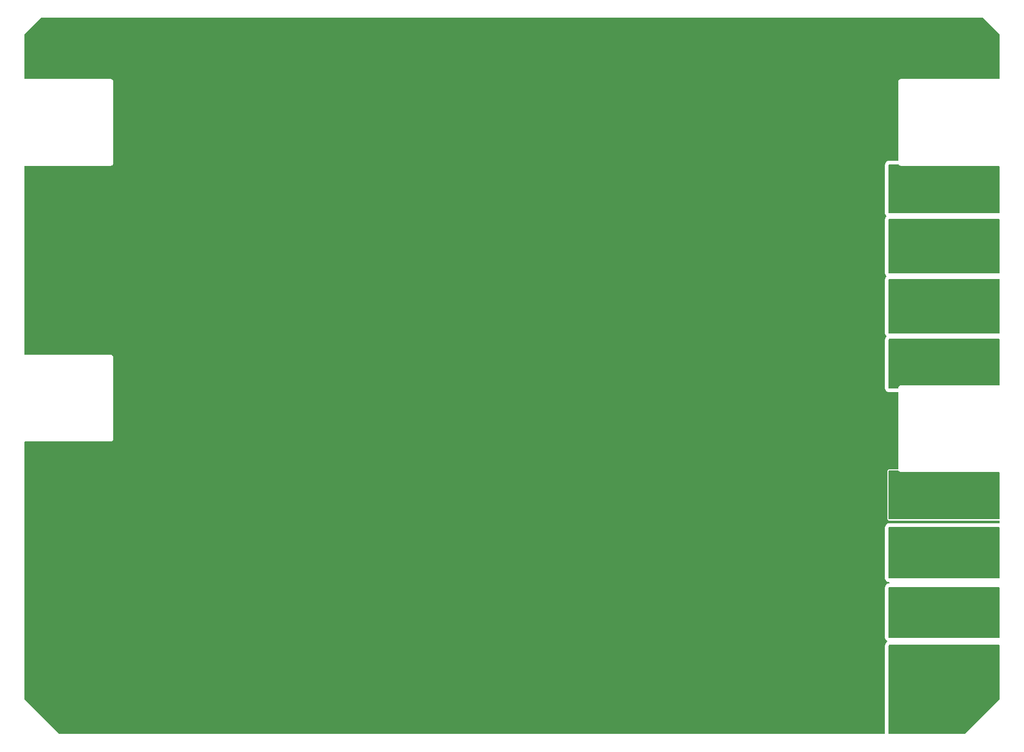
<source format=gtl>
G04 #@! TF.GenerationSoftware,KiCad,Pcbnew,8.0.4-8.0.4-0~ubuntu22.04.1*
G04 #@! TF.CreationDate,2024-07-24T21:14:41+00:00*
G04 #@! TF.ProjectId,ECU-techPorsche88,4543552d-7465-4636-9850-6f7273636865,a*
G04 #@! TF.SameCoordinates,PX3e96f30PY91b3ce0*
G04 #@! TF.FileFunction,Copper,L1,Top*
G04 #@! TF.FilePolarity,Positive*
%FSLAX46Y46*%
G04 Gerber Fmt 4.6, Leading zero omitted, Abs format (unit mm)*
G04 Created by KiCad (PCBNEW 8.0.4-8.0.4-0~ubuntu22.04.1) date 2024-07-24 21:14:41*
%MOMM*%
%LPD*%
G01*
G04 APERTURE LIST*
G04 APERTURE END LIST*
G04 #@! TA.AperFunction,Conductor*
G04 #@! TO.N,/COIL_8*
G36*
X159458691Y15045893D02*
G01*
X159494655Y14996393D01*
X159499500Y14965800D01*
X159499500Y6240322D01*
X159480593Y6182131D01*
X159470504Y6170318D01*
X153821682Y521496D01*
X153767165Y493719D01*
X153751678Y492500D01*
X141525200Y492500D01*
X141467009Y511407D01*
X141431045Y560907D01*
X141426200Y591500D01*
X141426200Y14965800D01*
X141445107Y15023991D01*
X141494607Y15059955D01*
X141525200Y15064800D01*
X159400500Y15064800D01*
X159458691Y15045893D01*
G37*
G04 #@! TD.AperFunction*
G04 #@! TD*
G04 #@! TA.AperFunction,Conductor*
G04 #@! TO.N,/COIL_2*
G36*
X159458691Y64995893D02*
G01*
X159494655Y64946393D01*
X159499500Y64915800D01*
X159499500Y57549500D01*
X159480593Y57491309D01*
X159431093Y57455345D01*
X159400500Y57450500D01*
X143565892Y57450500D01*
X143434108Y57450500D01*
X143356200Y57429625D01*
X143306809Y57416391D01*
X143192690Y57350504D01*
X143099496Y57257310D01*
X143033609Y57143191D01*
X142999499Y57015890D01*
X142998653Y57009458D01*
X142995628Y57009857D01*
X142980593Y56963581D01*
X142931093Y56927617D01*
X142901035Y56922773D01*
X141525735Y56915339D01*
X141467443Y56933932D01*
X141431212Y56983237D01*
X141426200Y57014338D01*
X141426200Y64915800D01*
X141445107Y64973991D01*
X141494607Y65009955D01*
X141525200Y65014800D01*
X159400500Y65014800D01*
X159458691Y64995893D01*
G37*
G04 #@! TD.AperFunction*
G04 #@! TD*
G04 #@! TA.AperFunction,Conductor*
G04 #@! TO.N,/COIL_5*
G36*
X143058898Y93495893D02*
G01*
X143086441Y93465304D01*
X143099500Y93442686D01*
X143192686Y93349500D01*
X143192688Y93349499D01*
X143192690Y93349497D01*
X143306810Y93283610D01*
X143306808Y93283610D01*
X143306812Y93283609D01*
X143306814Y93283608D01*
X143434108Y93249500D01*
X143565892Y93249500D01*
X159400500Y93249500D01*
X159458691Y93230593D01*
X159494655Y93181093D01*
X159499500Y93150500D01*
X159499500Y85613800D01*
X159480593Y85555609D01*
X159431093Y85519645D01*
X159400500Y85514800D01*
X141525200Y85514800D01*
X141467009Y85533707D01*
X141431045Y85583207D01*
X141426200Y85613800D01*
X141426200Y93415800D01*
X141445107Y93473991D01*
X141494607Y93509955D01*
X141525200Y93514800D01*
X143000707Y93514800D01*
X143058898Y93495893D01*
G37*
G04 #@! TD.AperFunction*
G04 #@! TD*
G04 #@! TA.AperFunction,Conductor*
G04 #@! TO.N,/COIL_4*
G36*
X143058898Y43495893D02*
G01*
X143086441Y43465304D01*
X143099500Y43442686D01*
X143192686Y43349500D01*
X143192688Y43349499D01*
X143192690Y43349497D01*
X143306810Y43283610D01*
X143306808Y43283610D01*
X143306812Y43283609D01*
X143306814Y43283608D01*
X143434108Y43249500D01*
X143565892Y43249500D01*
X159400500Y43249500D01*
X159458691Y43230593D01*
X159494655Y43181093D01*
X159499500Y43150500D01*
X159499500Y35663800D01*
X159480593Y35605609D01*
X159431093Y35569645D01*
X159400500Y35564800D01*
X141525200Y35564800D01*
X141467009Y35583707D01*
X141431045Y35633207D01*
X141426200Y35663800D01*
X141426200Y43415800D01*
X141445107Y43473991D01*
X141494607Y43509955D01*
X141525200Y43514800D01*
X143000707Y43514800D01*
X143058898Y43495893D01*
G37*
G04 #@! TD.AperFunction*
G04 #@! TD*
G04 #@! TA.AperFunction,Conductor*
G04 #@! TO.N,/COIL_7*
G36*
X159458691Y24495893D02*
G01*
X159494655Y24446393D01*
X159499500Y24415800D01*
X159499500Y16313800D01*
X159480593Y16255609D01*
X159431093Y16219645D01*
X159400500Y16214800D01*
X141525200Y16214800D01*
X141467009Y16233707D01*
X141431045Y16283207D01*
X141426200Y16313800D01*
X141426200Y24415800D01*
X141445107Y24473991D01*
X141494607Y24509955D01*
X141525200Y24514800D01*
X159400500Y24514800D01*
X159458691Y24495893D01*
G37*
G04 #@! TD.AperFunction*
G04 #@! TD*
G04 #@! TA.AperFunction,Conductor*
G04 #@! TO.N,/COIL_6*
G36*
X159458691Y74795893D02*
G01*
X159494655Y74746393D01*
X159499500Y74715800D01*
X159499500Y66013800D01*
X159480593Y65955609D01*
X159431093Y65919645D01*
X159400500Y65914800D01*
X141525200Y65914800D01*
X141467009Y65933707D01*
X141431045Y65983207D01*
X141426200Y66013800D01*
X141426200Y74715800D01*
X141445107Y74773991D01*
X141494607Y74809955D01*
X141525200Y74814800D01*
X159400500Y74814800D01*
X159458691Y74795893D01*
G37*
G04 #@! TD.AperFunction*
G04 #@! TD*
G04 #@! TA.AperFunction,Conductor*
G04 #@! TO.N,/COIL_3*
G36*
X159458691Y84595893D02*
G01*
X159494655Y84546393D01*
X159499500Y84515800D01*
X159499500Y75813800D01*
X159480593Y75755609D01*
X159431093Y75719645D01*
X159400500Y75714800D01*
X141525200Y75714800D01*
X141467009Y75733707D01*
X141431045Y75783207D01*
X141426200Y75813800D01*
X141426200Y84515800D01*
X141445107Y84573991D01*
X141494607Y84609955D01*
X141525200Y84614800D01*
X159400500Y84614800D01*
X159458691Y84595893D01*
G37*
G04 #@! TD.AperFunction*
G04 #@! TD*
G04 #@! TA.AperFunction,Conductor*
G04 #@! TO.N,/COIL_1*
G36*
X159458691Y34295893D02*
G01*
X159494655Y34246393D01*
X159499500Y34215800D01*
X159499500Y26013800D01*
X159480593Y25955609D01*
X159431093Y25919645D01*
X159400500Y25914800D01*
X141525200Y25914800D01*
X141467009Y25933707D01*
X141431045Y25983207D01*
X141426200Y26013800D01*
X141426200Y34215800D01*
X141445107Y34273991D01*
X141494607Y34309955D01*
X141525200Y34314800D01*
X159400500Y34314800D01*
X159458691Y34295893D01*
G37*
G04 #@! TD.AperFunction*
G04 #@! TD*
G04 #@! TA.AperFunction,Conductor*
G04 #@! TO.N,GND*
G36*
X156809869Y117430593D02*
G01*
X156821682Y117420504D01*
X159470504Y114771682D01*
X159498281Y114717165D01*
X159499500Y114701678D01*
X159499500Y107549500D01*
X159480593Y107491309D01*
X159431093Y107455345D01*
X159400500Y107450500D01*
X143565892Y107450500D01*
X143434108Y107450500D01*
X143356200Y107429625D01*
X143306809Y107416391D01*
X143192690Y107350504D01*
X143099496Y107257310D01*
X143033609Y107143191D01*
X142999500Y107015891D01*
X142999500Y94219300D01*
X142980593Y94161109D01*
X142931093Y94125145D01*
X142900500Y94120300D01*
X141525200Y94120300D01*
X141430488Y94112847D01*
X141420290Y94111232D01*
X141399891Y94108002D01*
X141277610Y94075238D01*
X141138707Y93999818D01*
X141138703Y93999815D01*
X141089198Y93963848D01*
X141089196Y93963846D01*
X141039952Y93923969D01*
X141039938Y93923955D01*
X140937290Y93803769D01*
X140937289Y93803768D01*
X140869243Y93661103D01*
X140850325Y93602878D01*
X140841332Y93572518D01*
X140820700Y93415801D01*
X140820700Y85613806D01*
X140828153Y85519091D01*
X140832998Y85488492D01*
X140865762Y85366211D01*
X140941182Y85227308D01*
X140941185Y85227304D01*
X140977152Y85177799D01*
X140977154Y85177797D01*
X141019841Y85125083D01*
X141041768Y85067962D01*
X141025933Y85008861D01*
X141018185Y84998485D01*
X140937288Y84903766D01*
X140869243Y84761103D01*
X140850325Y84702878D01*
X140841332Y84672518D01*
X140820700Y84515801D01*
X140820700Y75813806D01*
X140828153Y75719091D01*
X140832998Y75688492D01*
X140865762Y75566211D01*
X140941182Y75427308D01*
X140941185Y75427304D01*
X140977152Y75377799D01*
X140977154Y75377797D01*
X141019841Y75325083D01*
X141041768Y75267962D01*
X141025933Y75208861D01*
X141018185Y75198485D01*
X140937288Y75103766D01*
X140869243Y74961103D01*
X140850325Y74902878D01*
X140841332Y74872518D01*
X140820700Y74715801D01*
X140820700Y66013806D01*
X140828153Y65919091D01*
X140832998Y65888492D01*
X140865762Y65766211D01*
X140941182Y65627308D01*
X140941185Y65627304D01*
X140977152Y65577799D01*
X140977154Y65577797D01*
X141019841Y65525083D01*
X141041768Y65467962D01*
X141025933Y65408861D01*
X141018185Y65398485D01*
X140937288Y65303766D01*
X140869243Y65161103D01*
X140850325Y65102878D01*
X140841332Y65072518D01*
X140820700Y64915801D01*
X140820700Y57014333D01*
X140828412Y56918009D01*
X140828414Y56917992D01*
X140833426Y56886897D01*
X140867110Y56763191D01*
X140943274Y56624704D01*
X140943281Y56624693D01*
X140943283Y56624690D01*
X140979514Y56575385D01*
X141000708Y56549500D01*
X141019660Y56526353D01*
X141019660Y56526352D01*
X141140408Y56424346D01*
X141140409Y56424346D01*
X141140410Y56424345D01*
X141283444Y56357066D01*
X141341736Y56338473D01*
X141372184Y56329632D01*
X141529008Y56309848D01*
X142899969Y56317259D01*
X142958257Y56298667D01*
X142994488Y56249362D01*
X142999500Y56218261D01*
X142999500Y43819300D01*
X142980593Y43761109D01*
X142931093Y43725145D01*
X142900500Y43720300D01*
X141525200Y43720300D01*
X141493056Y43717770D01*
X141462406Y43712917D01*
X141457918Y43712154D01*
X141457913Y43712153D01*
X141373817Y43676209D01*
X141324318Y43640245D01*
X141296572Y43616003D01*
X141249664Y43537493D01*
X141249662Y43537490D01*
X141230756Y43479301D01*
X141220700Y43415804D01*
X141220700Y43415800D01*
X141220700Y35663800D01*
X141223230Y35631657D01*
X141228083Y35601007D01*
X141228846Y35596519D01*
X141228847Y35596514D01*
X141264791Y35512418D01*
X141264792Y35512417D01*
X141300756Y35462917D01*
X141324997Y35435172D01*
X141403507Y35388264D01*
X141461698Y35369357D01*
X141473752Y35367448D01*
X141525196Y35359300D01*
X159400500Y35359300D01*
X159458691Y35340393D01*
X159494655Y35290893D01*
X159499500Y35260300D01*
X159499500Y35019300D01*
X159480593Y34961109D01*
X159431093Y34925145D01*
X159400500Y34920300D01*
X141525200Y34920300D01*
X141430488Y34912847D01*
X141420290Y34911232D01*
X141399891Y34908002D01*
X141277610Y34875238D01*
X141138707Y34799818D01*
X141138703Y34799815D01*
X141089198Y34763848D01*
X141089196Y34763846D01*
X141039952Y34723969D01*
X141039938Y34723955D01*
X140937290Y34603769D01*
X140937289Y34603768D01*
X140869243Y34461103D01*
X140850325Y34402878D01*
X140841332Y34372518D01*
X140820700Y34215801D01*
X140820700Y26013806D01*
X140828153Y25919091D01*
X140832998Y25888492D01*
X140865762Y25766211D01*
X140941182Y25627308D01*
X140941184Y25627305D01*
X140941186Y25627302D01*
X140977150Y25577802D01*
X141017037Y25528546D01*
X141017043Y25528541D01*
X141017045Y25528539D01*
X141137231Y25425891D01*
X141137232Y25425890D01*
X141247847Y25373131D01*
X141279903Y25357841D01*
X141338094Y25338934D01*
X141356756Y25333406D01*
X141368481Y25329933D01*
X141368482Y25329933D01*
X141368485Y25329932D01*
X141489821Y25313958D01*
X141545046Y25287617D01*
X141574241Y25233846D01*
X141566255Y25173184D01*
X141524138Y25128802D01*
X141484667Y25117111D01*
X141430488Y25112847D01*
X141424369Y25111878D01*
X141399891Y25108002D01*
X141277610Y25075238D01*
X141138707Y24999818D01*
X141138703Y24999815D01*
X141089198Y24963848D01*
X141089196Y24963846D01*
X141039952Y24923969D01*
X141039938Y24923955D01*
X140937290Y24803769D01*
X140937289Y24803768D01*
X140869243Y24661103D01*
X140850325Y24602878D01*
X140841332Y24572518D01*
X140820700Y24415801D01*
X140820700Y16313806D01*
X140828153Y16219091D01*
X140832998Y16188492D01*
X140865762Y16066211D01*
X140941182Y15927308D01*
X140941184Y15927305D01*
X140941186Y15927302D01*
X140977150Y15877802D01*
X141017037Y15828546D01*
X141017043Y15828541D01*
X141017045Y15828539D01*
X141137231Y15725891D01*
X141142674Y15722356D01*
X141141648Y15720777D01*
X141179659Y15684708D01*
X141190811Y15624547D01*
X141164472Y15569321D01*
X141141399Y15551614D01*
X141141444Y15551544D01*
X141140685Y15551066D01*
X141139911Y15550471D01*
X141138707Y15549818D01*
X141138703Y15549815D01*
X141089198Y15513848D01*
X141089196Y15513846D01*
X141039952Y15473969D01*
X141039938Y15473955D01*
X140937290Y15353769D01*
X140937289Y15353768D01*
X140869243Y15211103D01*
X140850325Y15152878D01*
X140841332Y15122518D01*
X140820700Y14965801D01*
X140820700Y591500D01*
X140801793Y533309D01*
X140752293Y497345D01*
X140721700Y492500D01*
X6248322Y492500D01*
X6190131Y511407D01*
X6178318Y521496D01*
X529496Y6170318D01*
X501719Y6224835D01*
X500500Y6240322D01*
X500500Y48150500D01*
X519407Y48208691D01*
X568907Y48244655D01*
X599500Y48249500D01*
X14565890Y48249500D01*
X14565892Y48249500D01*
X14693186Y48283608D01*
X14693188Y48283610D01*
X14693190Y48283610D01*
X14807309Y48349497D01*
X14807309Y48349498D01*
X14807314Y48349500D01*
X14900500Y48442686D01*
X14966392Y48556814D01*
X15000500Y48684108D01*
X15000500Y62015892D01*
X14966392Y62143186D01*
X14966390Y62143189D01*
X14966390Y62143191D01*
X14900503Y62257310D01*
X14900501Y62257312D01*
X14900500Y62257314D01*
X14807314Y62350500D01*
X14807311Y62350502D01*
X14807309Y62350504D01*
X14693189Y62416391D01*
X14693191Y62416391D01*
X14643799Y62429625D01*
X14565892Y62450500D01*
X14565890Y62450500D01*
X599500Y62450500D01*
X541309Y62469407D01*
X505345Y62518907D01*
X500500Y62549500D01*
X500500Y93150500D01*
X519407Y93208691D01*
X568907Y93244655D01*
X599500Y93249500D01*
X14565890Y93249500D01*
X14565892Y93249500D01*
X14693186Y93283608D01*
X14693188Y93283610D01*
X14693190Y93283610D01*
X14807309Y93349497D01*
X14807309Y93349498D01*
X14807314Y93349500D01*
X14900500Y93442686D01*
X14966392Y93556814D01*
X15000500Y93684108D01*
X15000500Y107015892D01*
X14966392Y107143186D01*
X14966390Y107143189D01*
X14966390Y107143191D01*
X14900503Y107257310D01*
X14900501Y107257312D01*
X14900500Y107257314D01*
X14807314Y107350500D01*
X14807311Y107350502D01*
X14807309Y107350504D01*
X14693189Y107416391D01*
X14693191Y107416391D01*
X14643799Y107429625D01*
X14565892Y107450500D01*
X14565890Y107450500D01*
X599500Y107450500D01*
X541309Y107469407D01*
X505345Y107518907D01*
X500500Y107549500D01*
X500500Y114701678D01*
X519407Y114759869D01*
X529496Y114771682D01*
X3178318Y117420504D01*
X3232835Y117448281D01*
X3248322Y117449500D01*
X156751678Y117449500D01*
X156809869Y117430593D01*
G37*
G04 #@! TD.AperFunction*
G04 #@! TD*
M02*

</source>
